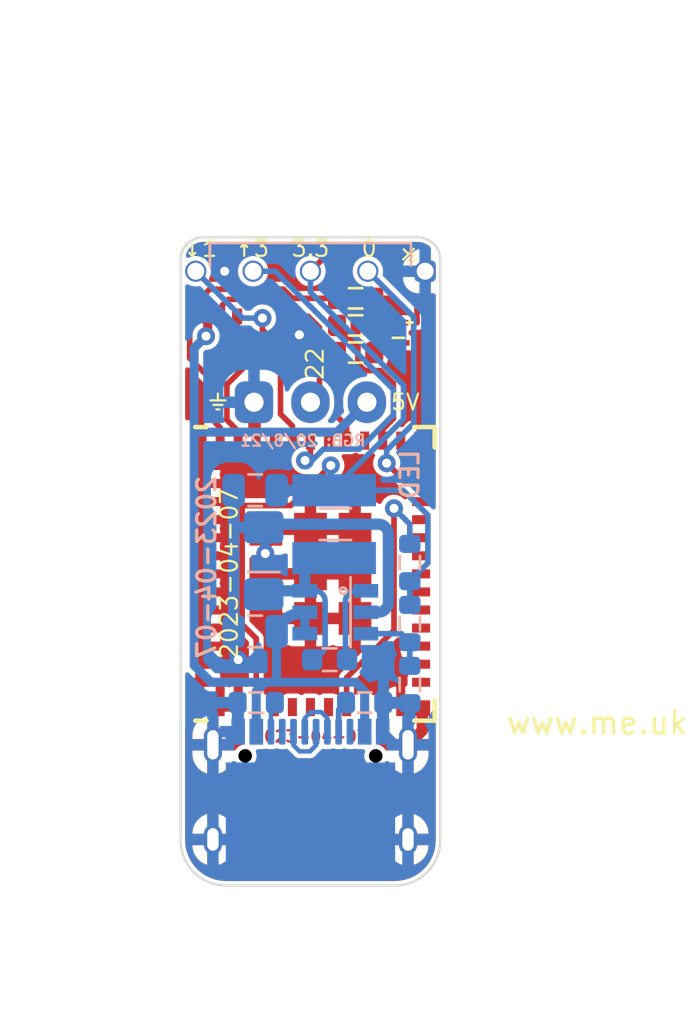
<source format=kicad_pcb>
(kicad_pcb (version 20211014) (generator pcbnew)
  (title_block (title "Generic ESP32-PICO-MINI Module") (date "${DATE}") (rev "1") (company "Adrian Kennard, Andrews & Arnold Ltd"))
  (layers (0 "F.Cu" signal) (31 "B.Cu" signal) (34 "B.Paste" user) (35 "F.Paste" user) (36 "B.SilkS" user "B.Silkscreen") (37 "F.SilkS" user "F.Silkscreen") (38 "B.Mask" user) (39 "F.Mask" user) (44 "Edge.Cuts" user))
  (property "DATE" "2023-04-07")
  (net 0 "")
  (net 1 "GND")
  (net 2 "VBUS")
  (net 3 "+3V3")
  (net 4 "Net-(D1-Pad1)")
  (net 7 "unconnected-(J2-PadA6)")
  (net 8 "unconnected-(J2-PadA7)")
  (net 9 "Net-(J2-PadB5)")
  (net 10 "R")
  (net 11 "G")
  (net 12 "B")
  (net 15 "EN")
  (net 18 "GPIO0")
  (net 21 "I")
  (net 22 "O")
  (net 24 "Net-(R10-Pad2)")
  (net 32 "Net-(J2-PadA5)")
  (net 37 "Net-(J1-Pad2)")
  (net 38 "Net-(D1-Pad3)")
  (net 39 "Net-(D1-Pad4)")
  (net 40 "LED")
  (footprint "RevK:ESP32-PICO-MINI-02" (layer "F.Cu") (at 100 97.5 90)
    (fp_text reference "U1" hide)
    (fp_text value "ESP32-PICO-MINI-02")
    (fp_text user "${DATE}" (at 0 -3.6 90 unlocked) (layer "F.SilkS") (effects (font (size 0.75 0.75) (thickness 0.1))))
    (fp_line (start 6.5 5.5) (end 5.6 5.5) (layer "F.SilkS") (width 0.2))
    (fp_line (start -6.5 5.5) (end -5.6 5.5) (layer "F.SilkS") (width 0.2))
    (fp_line (start -6.5 4.6) (end -6.5 5.5) (layer "F.SilkS") (width 0.2))
    (fp_line (start -6.5 -5.1) (end -6.5 -4.6) (layer "F.SilkS") (width 0.2))
    (fp_line (start 6.5 -5.1) (end 6.5 -4.6) (layer "F.SilkS") (width 0.2))
    (fp_line (start 6.5 4.6) (end 6.5 5.5) (layer "F.SilkS") (width 0.2))
    (pad "1" smd rect (at -5.9 -4 90) (size 0.8 0.4) (layers "F.Cu" "F.Paste" "F.Mask") (net 1 "GND"))
    (pad "2" smd rect (at -5.9 -3.2 90) (size 0.8 0.4) (layers "F.Cu" "F.Paste" "F.Mask") (net 1 "GND"))
    (pad "3" smd rect (at -5.9 -2.4 90) (size 0.8 0.4) (layers "F.Cu" "F.Paste" "F.Mask") (net 3 "+3V3"))
    (pad "4" smd rect (at -5.9 -1.6 90) (size 0.8 0.4) (layers "F.Cu" "F.Paste" "F.Mask"))
    (pad "5" smd rect (at -5.9 -0.8 90) (size 0.8 0.4) (layers "F.Cu" "F.Paste" "F.Mask"))
    (pad "6" smd rect (at -5.9 0 90) (size 0.8 0.4) (layers "F.Cu" "F.Paste" "F.Mask"))
    (pad "7" smd rect (at -5.9 0.8 90) (size 0.8 0.4) (layers "F.Cu" "F.Paste" "F.Mask"))
    (pad "8" smd rect (at -5.9 1.6 90) (size 0.8 0.4) (layers "F.Cu" "F.Paste" "F.Mask") (net 15 "EN"))
    (pad "9" smd rect (at -5.9 2.4 90) (size 0.8 0.4) (layers "F.Cu" "F.Paste" "F.Mask"))
    (pad "10" smd rect (at -5.9 3.2 90) (size 0.8 0.4) (layers "F.Cu" "F.Paste" "F.Mask"))
    (pad "11" smd rect (at -5.9 4 90) (size 0.8 0.4) (layers "F.Cu" "F.Paste" "F.Mask") (net 1 "GND"))
    (pad "12" smd rect (at -4.8 4.9 90) (size 0.4 0.8) (layers "F.Cu" "F.Paste" "F.Mask"))
    (pad "13" smd rect (at -4 4.9 90) (size 0.4 0.8) (layers "F.Cu" "F.Paste" "F.Mask"))
    (pad "14" smd rect (at -3.2 4.9 90) (size 0.4 0.8) (layers "F.Cu" "F.Paste" "F.Mask") (net 1 "GND"))
    (pad "15" smd rect (at -2.4 4.9 90) (size 0.4 0.8) (layers "F.Cu" "F.Paste" "F.Mask"))
    (pad "16" smd rect (at -1.6 4.9 90) (size 0.4 0.8) (layers "F.Cu" "F.Paste" "F.Mask"))
    (pad "17" smd rect (at -0.8 4.9 90) (size 0.4 0.8) (layers "F.Cu" "F.Paste" "F.Mask"))
    (pad "18" smd rect (at 0 4.9 90) (size 0.4 0.8) (layers "F.Cu" "F.Paste" "F.Mask"))
    (pad "19" smd rect (at 0.8 4.9 90) (size 0.4 0.8) (layers "F.Cu" "F.Paste" "F.Mask"))
    (pad "20" smd rect (at 1.6 4.9 90) (size 0.4 0.8) (layers "F.Cu" "F.Paste" "F.Mask"))
    (pad "21" smd rect (at 2.4 4.9 90) (size 0.4 0.8) (layers "F.Cu" "F.Paste" "F.Mask"))
    (pad "22" smd rect (at 3.2 4.9 90) (size 0.4 0.8) (layers "F.Cu" "F.Paste" "F.Mask"))
    (pad "23" smd rect (at 4 4.9 90) (size 0.4 0.8) (layers "F.Cu" "F.Paste" "F.Mask") (net 18 "GPIO0"))
    (pad "24" smd rect (at 4.8 4.9 90) (size 0.4 0.8) (layers "F.Cu" "F.Paste" "F.Mask"))
    (pad "25" smd rect (at 5.9 4 90) (size 0.8 0.4) (layers "F.Cu" "F.Paste" "F.Mask"))
    (pad "26" smd rect (at 5.9 3.2 90) (size 0.8 0.4) (layers "F.Cu" "F.Paste" "F.Mask") (net 10 "R"))
    (pad "27" smd rect (at 5.9 2.4 90) (size 0.8 0.4) (layers "F.Cu" "F.Paste" "F.Mask"))
    (pad "28" smd rect (at 5.9 1.6 90) (size 0.8 0.4) (layers "F.Cu" "F.Paste" "F.Mask") (net 11 "G"))
    (pad "29" smd rect (at 5.9 0.8 90) (size 0.8 0.4) (layers "F.Cu" "F.Paste" "F.Mask"))
    (pad "30" smd rect (at 5.9 0 90) (size 0.8 0.4) (layers "F.Cu" "F.Paste" "F.Mask") (net 21 "I"))
    (pad "31" smd rect (at 5.9 -0.8 90) (size 0.8 0.4) (layers "F.Cu" "F.Paste" "F.Mask") (net 22 "O"))
    (pad "32" smd rect (at 5.9 -1.6 90) (size 0.8 0.4) (layers "F.Cu" "F.Paste" "F.Mask"))
    (pad "33" smd rect (at 5.9 -2.4 90) (size 0.8 0.4) (layers "F.Cu" "F.Paste" "F.Mask") (net 1 "GND"))
    (pad "34" smd rect (at 5.9 -3.2 90) (size 0.8 0.4) (layers "F.Cu" "F.Paste" "F.Mask") (net 40 "LED"))
    (pad "35" smd rect (at 5.9 -4 90) (size 0.8 0.4) (layers "F.Cu" "F.Paste" "F.Mask") (net 12 "B"))
    (pad "36" smd rect (at 4.8 -4.9 90) (size 0.4 0.8) (layers "F.Cu" "F.Paste" "F.Mask") (net 1 "GND"))
    (pad "37" smd rect (at 4 -4.9 90) (size 0.4 0.8) (layers "F.Cu" "F.Paste" "F.Mask") (net 1 "GND"))
    (pad "38" smd rect (at 3.2 -4.9 90) (size 0.4 0.8) (layers "F.Cu" "F.Paste" "F.Mask") (net 1 "GND"))
    (pad "39" smd rect (at 2.4 -4.9 90) (size 0.4 0.8) (layers "F.Cu" "F.Paste" "F.Mask") (net 1 "GND"))
    (pad "40" smd rect (at 1.6 -4.9 90) (size 0.4 0.8) (layers "F.Cu" "F.Paste" "F.Mask") (net 1 "GND"))
    (pad "41" smd rect (at 0.8 -4.9 90) (size 0.4 0.8) (layers "F.Cu" "F.Paste" "F.Mask") (net 1 "GND"))
    (pad "42" smd rect (at 0 -4.9 90) (size 0.4 0.8) (layers "F.Cu" "F.Paste" "F.Mask") (net 1 "GND"))
    (pad "43" smd rect (at -0.8 -4.9 90) (size 0.4 0.8) (layers "F.Cu" "F.Paste" "F.Mask") (net 1 "GND"))
    (pad "44" smd rect (at -1.6 -4.9 90) (size 0.4 0.8) (layers "F.Cu" "F.Paste" "F.Mask") (net 1 "GND"))
    (pad "45" smd rect (at -2.4 -4.9 90) (size 0.4 0.8) (layers "F.Cu" "F.Paste" "F.Mask") (net 1 "GND"))
    (pad "46" smd rect (at -3.2 -4.9 90) (size 0.4 0.8) (layers "F.Cu" "F.Paste" "F.Mask") (net 1 "GND"))
    (pad "47" smd rect (at -4 -4.9 90) (size 0.4 0.8) (layers "F.Cu" "F.Paste" "F.Mask") (net 1 "GND"))
    (pad "48" smd rect (at -4.8 -4.9 90) (size 0.4 0.8) (layers "F.Cu" "F.Paste" "F.Mask") (net 1 "GND"))
    (pad "49" smd rect (at 0 -1.975 90) (size 1.45 1.45) (layers "F.Cu" "F.Paste" "F.Mask") (net 1 "GND"))
    (pad "49" smd rect (at 0 1.975 90) (size 1.45 1.45) (layers "F.Cu" "F.Paste" "F.Mask") (net 1 "GND"))
    (pad "49" smd rect (at -1.975 0 90) (size 1.45 1.45) (layers "F.Cu" "F.Paste" "F.Mask") (net 1 "GND"))
    (pad "49" smd rect (at 1.975 -1.975 90) (size 1.45 1.45) (layers "F.Cu" "F.Paste" "F.Mask") (net 1 "GND"))
    (pad "49" smd rect (at 0 0 90) (size 1.45 1.45) (layers "F.Cu" "F.Paste" "F.Mask") (net 1 "GND"))
    (pad "49" smd rect (at -1.975 1.975 90) (size 1.45 1.45) (layers "F.Cu" "F.Paste" "F.Mask") (net 1 "GND"))
    (pad "49" smd roundrect (at -1.975 -1.975 90) (size 1.45 1.45) (layers "F.Cu" "F.Paste" "F.Mask") (roundrect_rratio 0) (chamfer_ratio 0.41) (chamfer top_left) (net 1 "GND"))
    (pad "49" smd rect (at 1.975 1.975 90) (size 1.45 1.45) (layers "F.Cu" "F.Paste" "F.Mask") (net 1 "GND"))
    (pad "49" smd rect (at 1.975 0 90) (size 1.45 1.45) (layers "F.Cu" "F.Paste" "F.Mask") (net 1 "GND"))
    (pad "50" smd rect (at 5.95 -4.95 90) (size 0.7 0.7) (layers "F.Cu" "F.Paste" "F.Mask") (net 1 "GND"))
    (pad "51" smd rect (at 5.95 4.95 90) (size 0.7 0.7) (layers "F.Cu" "F.Paste" "F.Mask") (net 1 "GND"))
    (pad "52" smd rect (at -5.95 4.95 90) (size 0.7 0.7) (layers "F.Cu" "F.Paste" "F.Mask") (net 1 "GND"))
    (pad "53" smd rect (at -5.95 -4.95 90) (size 0.7 0.7) (layers "F.Cu" "F.Paste" "F.Mask") (net 1 "GND"))
    (zone (net 0) (net_name "") (layer "F.Cu") (connect_pads (clearance 0)) (min_thickness 0.01)
      (keepout (tracks not_allowed) (vias not_allowed) (pads not_allowed) (copperpour not_allowed) (footprints allowed))
      (fill (thermal_gap 0.508) (thermal_bridge_width 0.508))
      (polygon (pts (xy 89 104.1) (xy 89 90.9) (xy 94.4 90.9) (xy 94.4 104.1)))
    )
    (zone (net 0) (net_name "") (layer "B.Cu") (connect_pads (clearance 0)) (min_thickness 0.01)
      (keepout (tracks not_allowed) (vias not_allowed) (pads not_allowed) (copperpour not_allowed) (footprints allowed))
      (fill (thermal_gap 0.508) (thermal_bridge_width 0.508))
      (polygon (pts (xy 89 104.1) (xy 89 90.9) (xy 94.4 90.9) (xy 94.4 104.1)))
    )
  )
  (footprint "RevK:R_0603" (layer "F.Cu") (at 102 85.3 180)
    (fp_text reference "R4" hide)
    (fp_text value "100R")
    (fp_line (start -0.3 0.45) (end 0.3 0.45) (layer "F.SilkS") (width 0.12))
    (fp_line (start -0.3 -0.45) (end 0.3 -0.45) (layer "F.SilkS") (width 0.12))
    (pad "1" smd roundrect (at -0.825 0 180) (size 0.8 0.95) (layers "F.Cu" "F.Paste" "F.Mask") (net 4 "Net-(D1-Pad1)"))
    (pad "2" smd roundrect (at 0.825 0 180) (size 0.8 0.95) (layers "F.Cu" "F.Paste" "F.Mask") (net 12 "B"))
  )
  (footprint "RevK:QR-LED" (layer "F.Cu") (at 100 108.3 180)
    (fp_text reference "U2" hide)
    (fp_text value "QR" hide)
    (fp_text user "${DATE}" (at 0 3.6) (layer "F.Cu") (effects (font (size 0.5 0.5) (thickness 0.1))))
    (pad "" smd rect locked (at 0.3 -0.4 180) (size 0.4 0.2) (layers "F.Cu") (clearance 0.2))
    (pad "" smd rect locked (at 0.2 0.4 180) (size 0.2 0.6) (layers "F.Cu") (clearance 0.2))
    (pad "" smd rect locked (at -1.4 -0.8 180) (size 1.4 0.2) (layers "F.Cu") (clearance 0.2))
    (pad "" smd rect locked (at -0.4 -1.9 180) (size 0.2 0.4) (layers "F.Cu") (clearance 0.2))
    (pad "" smd rect locked (at 0.6 -0.6 180) (size 0.6 0.2) (layers "F.Cu") (clearance 0.2))
    (pad "" smd rect locked (at -1.5 0.2 180) (size 0.4 0.2) (layers "F.Cu") (clearance 0.2))
    (pad "" smd rect locked (at 1.4 2 180) (size 1.4 0.2) (layers "F.Cu") (clearance 0.2))
    (pad "" smd rect locked (at 0.4 1.1 180) (size 0.2 1.2) (layers "F.Cu") (clearance 0.2))
    (pad "" smd rect locked (at 2 -1.4 180) (size 0.2 0.2) (layers "F.Cu") (clearance 0.2))
    (pad "" smd rect locked (at 0 1.2 180) (size 0.2 1) (layers "F.Cu") (clearance 0.2))
    (pad "" smd rect locked (at 0 -1.3 180) (size 0.2 0.4) (layers "F.Cu") (clearance 0.2))
    (pad "" smd rect locked (at 1 -2 180) (size 0.2 0.2) (layers "F.Cu") (clearance 0.2))
    (pad "" smd rect locked (at -0.4 0.9 180) (size 0.2 0.4) (layers "F.Cu") (clearance 0.2))
    (pad "" smd rect locked (at 2 0 180) (size 0.2 0.2) (layers "F.Cu") (clearance 0.2))
    (pad "" smd rect locked (at 1.1 -0.5 180) (size 0.4 0.4) (layers "F.Cu") (clearance 0.2))
    (pad "" smd rect locked (at 0.8 -0.8 180) (size 0.6 0.2) (layers "F.Cu") (clearance 0.2))
    (pad "" smd rect locked (at 1.4 0 180) (size 0.6 0.2) (layers "F.Cu") (clearance 0.2))
    (pad "" smd rect locked (at -2 1.3 180) (size 0.2 1.2) (layers "F.Cu") (clearance 0.2))
    (pad "" smd rect locked (at -0.3 -0.2 180) (size 0.4 0.2) (layers "F.Cu") (clearance 0.2))
    (pad "" smd rect locked (at 0.8 0 180) (size 0.2 0.2) (layers "F.Cu") (clearance 0.2))
    (pad "" smd rect locked (at 1.6 -1.6 180) (size 0.2 0.2) (layers "F.Cu") (clearance 0.2))
    (pad "" smd rect locked (at -1.4 -0.4 180) (size 0.2 0.2) (layers "F.Cu") (clearance 0.2))
    (pad "" smd rect locked (at -0.9 0 180) (size 0.4 0.2) (layers "F.Cu") (clearance 0.2))
    (pad "" smd rect locked (at -0.2 0.2 180) (size 0.6 0.2) (layers "F.Cu") (clearance 0.2))
    (pad "" smd rect locked (at 1.5 -0.6 180) (size 0.4 0.2) (layers "F.Cu") (clearance 0.2))
    (pad "" smd rect locked (at 1.8 0.2 180) (size 0.2 0.2) (layers "F.Cu") (clearance 0.2))
    (pad "" smd rect locked (at -0.2 -2 180) (size 0.2 0.2) (layers "F.Cu") (clearance 0.2))
    (pad "" smd rect locked (at 2 -1 180) (size 0.2 0.2) (layers "F.Cu") (clearance 0.2))
    (pad "" smd rect locked (at 0 -1.9 180) (size 0.2 0.4) (layers "F.Cu") (clearance 0.2))
    (pad "" smd rect locked (at -0.4 1.7 180) (size 0.2 0.8) (layers "F.Cu") (clearance 0.2))
    (pad "" smd rect locked (at -1.4 1.4 180) (size 0.6 0.6) (layers "F.Cu") (clearance 0.2))
    (pad "" smd rect locked (at -0.4 -1.1 180) (size 0.2 0.4) (layers "F.Cu") (clearance 0.2))
    (pad "" smd rect locked (at -0.8 1.3 180) (size 0.2 1.2) (layers "F.Cu") (clearance 0.2))
    (pad "" smd rect locked (at 0.8 -1.8 180) (size 0.2 0.6) (layers "F.Cu") (clearance 0.2))
    (pad "" smd rect locked (at 0.2 -1.4 180) (size 0.2 0.2) (layers "F.Cu") (clearance 0.2))
    (pad "" smd rect locked (at 0.4 -1.8 180) (size 0.2 0.6) (layers "F.Cu") (clearance 0.2))
    (pad "" smd rect locked (at 1.2 -1.9 180) (size 0.2 0.4) (layers "F.Cu") (clearance 0.2))
    (pad "" smd rect locked (at 2 -0.4 180) (size 0.2 0.2) (layers "F.Cu") (clearance 0.2))
    (pad "" smd rect locked (at 0 -0.6 180) (size 0.2 0.2) (layers "F.Cu") (clearance 0.2))
    (pad "" smd rect locked (at 1.4 0.8 180) (size 1 0.2) (layers "F.Cu") (clearance 0.2))
    (pad "" smd rect locked (at -1.4 0.8 180) (size 1 0.2) (layers "F.Cu") (clearance 0.2))
    (pad "" smd rect locked (at 0.6 -1.9 180) (size 0.2 0.4) (layers "F.Cu") (clearance 0.2))
    (pad "" smd rect locked (at -0.4 -0.6 180) (size 0.2 0.2) (layers "F.Cu") (clearance 0.2))
    (pad "" smd rect locked (at 0.2 -0.9 180) (size 0.2 0.4) (layers "F.Cu") (clearance 0.2))
    (pad "" smd rect locked (at 2 -1.9 180) (size 0.2 0.4) (layers "F.Cu") (clearance 0.2))
    (pad "" smd rect locked (at 1.4 -1.7 180) (size 0.2 0.8) (layers "F.Cu") (clearance 0.2))
    (pad "" smd rect locked (at -0.8 -1.5 180) (size 0.2 1.2) (layers "F.Cu") (clearance 0.2))
    (pad "" smd rect locked (at -1.4 2 180) (size 1.4 0.2) (layers "F.Cu") (clearance 0.2))
    (pad "" smd rect locked (at -1.9 0 180) (size 0.4 0.2) (layers "F.Cu") (clearance 0.2))
    (pad "" smd rect locked (at 1.4 1.4 180) (size 0.6 0.6) (layers "F.Cu") (clearance 0.2))
    (pad "" smd rect locked (at 0.2 1.7 180) (size 0.2 0.4) (layers "F.Cu") (clearance 0.2))
    (pad "" smd rect locked (at 0.8 1.3 180) (size 0.2 1.2) (layers "F.Cu") (clearance 0.2))
    (pad "" smd rect locked (at -0.6 -0.4 180) (size 0.6 0.2) (layers "F.Cu") (clearance 0.2))
    (pad "" smd rect locked (at 0.5 -0.2 180) (size 0.4 0.2) (layers "F.Cu") (clearance 0.2))
    (pad "" smd rect locked (at 1.8 -2 180) (size 0.2 0.2) (layers "F.Cu") (clearance 0.2))
    (pad "" smd rect locked (at -0.2 1.2 180) (size 0.2 0.2) (layers "F.Cu") (clearance 0.2))
    (pad "" smd rect locked (at -1.4 -0.2 180) (size 0.6 0.2) (layers "F.Cu") (clearance 0.2))
    (pad "" smd rect locked (at -2 -1.5 180) (size 0.2 1.2) (layers "F.Cu") (clearance 0.2))
    (pad "" smd rect locked (at 1 0.4 180) (size 0.2 0.2) (layers "F.Cu") (clearance 0.2))
    (pad "" smd rect locked (at 1.7 0.4 180) (size 0.8 0.2) (layers "F.Cu") (clearance 0.2))
    (pad "" smd rect locked (at -1.9 0.4 180) (size 0.4 0.2) (layers "F.Cu") (clearance 0.2))
    (pad "" smd rect locked (at -0.2 -1.4 180) (size 0.2 0.2) (layers "F.Cu") (clearance 0.2))
    (pad "" smd rect locked (at -1.4 -2 180) (size 1 0.2) (layers "F.Cu") (clearance 0.2))
    (pad "" smd rect locked (at -1.4 -1.4 180) (size 0.6 0.6) (layers "F.Cu") (clearance 0.2))
    (pad "" smd rect locked (at -0.2 1.7 180) (size 0.2 0.4) (layers "F.Cu") (clearance 0.2))
    (pad "" smd rect locked (at 0 -0.1 180) (size 0.2 0.4) (layers "F.Cu") (clearance 0.2))
    (pad "" smd rect locked (at 0.4 0.2 180) (size 0.2 0.2) (layers "F.Cu") (clearance 0.2))
    (pad "" smd rect locked (at 0.9 -1.4 180) (size 0.4 0.2) (layers "F.Cu") (clearance 0.2))
    (pad "" smd rect locked (at 0.4 2 180) (size 0.2 0.2) (layers "F.Cu") (clearance 0.2))
    (pad "" smd rect locked (at -0.2 -0.8 180) (size 0.2 0.2) (layers "F.Cu") (clearance 0.2))
    (pad "" smd rect locked (at 1.8 -0.3 180) (size 0.2 0.4) (layers "F.Cu") (clearance 0.2))
    (pad "" smd rect locked (at -1 0.4 180) (size 0.6 0.2) (layers "F.Cu") (clearance 0.2))
    (pad "" smd rect locked (at 1.7 -1.3 180) (size 0.4 0.4) (layers "F.Cu") (clearance 0.2))
    (pad "" smd rect locked (at 2 1.3 180) (size 0.2 1.2) (layers "F.Cu") (clearance 0.2))
    (zone (net 0) (net_name "") (layer "F.Cu") (connect_pads (clearance 0)) (min_thickness 0.254)
      (keepout (tracks not_allowed) (vias not_allowed) (pads allowed) (copperpour not_allowed) (footprints not_allowed))
      (fill (thermal_gap 0.508) (thermal_bridge_width 0.508))
      (polygon (pts (xy 97.05 103.95) (xy 102.95 103.95) (xy 102.95 111.25) (xy 97.05 111.25)))
    )
  )
  (footprint "RevK:SOT-323_SC-70" (layer "F.Cu") (at 98.7 87.1 -90)
    (fp_text reference "Q2" hide)
    (fp_text value "PMF250XNEX" hide)
    (pad "1" smd rect (at 1 0.65) (size 0.45 0.7) (layers "F.Cu" "F.Paste" "F.Mask") (net 40 "LED"))
    (pad "2" smd rect (at 1 -0.65) (size 0.45 0.7) (layers "F.Cu" "F.Paste" "F.Mask") (net 1 "GND"))
    (pad "3" smd rect (at -1 0) (size 0.45 0.7) (layers "F.Cu" "F.Paste" "F.Mask") (net 37 "Net-(J1-Pad2)"))
  )
  (footprint "RevK:MHS190RGBCT" (layer "F.Cu") (at 103.895 86.6 -90)
    (fp_text reference "D1" hide)
    (fp_text value "LED_BARG" hide)
    (fp_line (start -0.225 -0.375) (end -0.225 -0.625) (layer "F.SilkS") (width 0.12))
    (fp_line (start 0.45 -0.25) (end 0.45 0.25) (layer "F.SilkS") (width 0.12))
    (fp_line (start -0.35 -0.5) (end -0.1 -0.5) (layer "F.SilkS") (width 0.12))
    (pad "1" smd rect (at -0.675 -0.125 270) (size 0.25 0.75) (layers "F.Cu" "F.Paste" "F.Mask") (net 4 "Net-(D1-Pad1)"))
    (pad "2" smd rect (at -0.225 0 270) (size 0.25 0.5) (layers "F.Cu" "F.Paste" "F.Mask") (net 3 "+3V3"))
    (pad "3" smd rect (at 0.225 0 270) (size 0.25 0.5) (layers "F.Cu" "F.Paste" "F.Mask") (net 38 "Net-(D1-Pad3)"))
    (pad "4" smd rect (at 0.675 -0.125 270) (size 0.25 0.75) (layers "F.Cu" "F.Paste" "F.Mask") (net 39 "Net-(D1-Pad4)"))
  )
  (footprint "RevK:Shelly" (layer "F.Cu") (at 100 84.1)
    (fp_text reference "J3" hide)
    (fp_text value "Shelly" hide)
    (fp_text user "0" (at 2.6 -1 unlocked) (layer "F.SilkS") (effects (font (size 0.7 0.7) (thickness 0.1))))
    (fp_text user "↑3" (at -2.6 -1 unlocked) (layer "F.SilkS") (effects (font (size 0.7 0.7) (thickness 0.1))))
    (fp_text user "3.3" (at 0 -1 unlocked) (layer "F.SilkS") (effects (font (size 0.7 0.7) (thickness 0.1))))
    (fp_text user "↓1" (at -4.9 -1 unlocked) (layer "F.SilkS") (effects (font (size 0.7 0.7) (thickness 0.1))))
    (fp_text user "⏚" (at 4.4 -0.7 45 unlocked) (layer "F.SilkS") (effects (font (size 0.7 0.7) (thickness 0.1))))
    (pad "1" thru_hole roundrect (at 5.08 0) (size 0.94 0.94) (drill 0.75) (layers *.Cu *.Mask) (roundrect_rratio 0.2) (chamfer_ratio 0.3) (chamfer top_left) (net 1 "GND"))
    (pad "2" thru_hole circle (at 2.54 0 270) (size 0.94 0.94) (drill 0.75) (layers *.Cu *.Mask) (net 18 "GPIO0"))
    (pad "3" thru_hole circle (at 0 0 270) (size 0.94 0.94) (drill 0.75) (layers *.Cu *.Mask) (net 3 "+3V3"))
    (pad "4" thru_hole circle (at -2.54 0 270) (size 0.94 0.94) (drill 0.75) (layers *.Cu *.Mask) (net 21 "I"))
    (pad "5" thru_hole circle (at -5.08 0 270) (size 0.94 0.94) (drill 0.75) (layers *.Cu *.Mask) (net 22 "O"))
  )
  (footprint "RevK:R_0603" (layer "F.Cu") (at 102 87.7 180)
    (fp_text reference "R3" hide)
    (fp_text value "1K")
    (fp_line (start -0.3 -0.45) (end 0.3 -0.45) (layer "F.SilkS") (width 0.12))
    (fp_line (start -0.3 0.45) (end 0.3 0.45) (layer "F.SilkS") (width 0.12))
    (pad "1" smd roundrect (at -0.825 0 180) (size 0.8 0.95) (layers "F.Cu" "F.Paste" "F.Mask") (net 39 "Net-(D1-Pad4)"))
    (pad "2" smd roundrect (at 0.825 0 180) (size 0.8 0.95) (layers "F.Cu" "F.Paste" "F.Mask") (net 11 "G"))
  )
  (footprint "RevK:SOT-323_SC-70" (layer "F.Cu") (at 96.1 87.1 90)
    (fp_text reference "Q1" hide)
    (fp_text value "PMF170XP,115" hide)
    (pad "1" smd rect (at 1 0.65 180) (size 0.45 0.7) (layers "F.Cu" "F.Paste" "F.Mask") (net 40 "LED"))
    (pad "2" smd rect (at 1 -0.65 180) (size 0.45 0.7) (layers "F.Cu" "F.Paste" "F.Mask") (net 2 "VBUS"))
    (pad "3" smd rect (at -1 0 180) (size 0.45 0.7) (layers "F.Cu" "F.Paste" "F.Mask") (net 37 "Net-(J1-Pad2)"))
  )
  (footprint "RevK:R_0603" (layer "F.Cu") (at 102 86.5 180)
    (fp_text reference "R2" hide)
    (fp_text value "300R")
    (fp_line (start -0.3 -0.45) (end 0.3 -0.45) (layer "F.SilkS") (width 0.12))
    (fp_line (start -0.3 0.45) (end 0.3 0.45) (layer "F.SilkS") (width 0.12))
    (pad "1" smd roundrect (at -0.825 0 180) (size 0.8 0.95) (layers "F.Cu" "F.Paste" "F.Mask") (net 38 "Net-(D1-Pad3)"))
    (pad "2" smd roundrect (at 0.825 0 180) (size 0.8 0.95) (layers "F.Cu" "F.Paste" "F.Mask") (net 10 "R"))
  )
  (footprint "RevK:SOT-23-Thin-6-Reg" (layer "B.Cu") (at 101.1 99.2 90)
    (fp_text reference "U3" hide)
    (fp_text value "LMR16006XDDCR")
    (fp_line (start -1.55 0.675) (end 1.55 0.675) (layer "B.SilkS") (width 0.12))
    (fp_circle (center 0.95 0.35) (end 1.05 0.25) (layer "B.SilkS") (width 0.12) (fill none))
    (pad "1" smd rect (at 0.95 1.35) (size 1.1 0.6) (layers "B.Cu" "B.Paste" "B.Mask") (clearance 0.2))
    (pad "1" smd roundrect (at -2.1 0.525) (size 0.9 0.95) (layers "B.Cu" "B.Paste" "B.Mask") (clearance 0.2))
    (pad "1" smd custom (at -0.8 0.45 90) (size 2.6 0.25) (layers "B.Cu") (clearance 0.2) (options (clearance outline) (anchor rect)) (primitives (gr_arc (start 1.3 0) (mid 1.618198 0.131802) (end 1.75 0.45) (width 0.25))))
    (pad "2" smd roundrect (at -0.85 -4.5 180) (size 1 1.45) (layers "B.Cu" "B.Paste" "B.Mask") (net 1 "GND"))
    (pad "2" smd roundrect (at 3.7625 -3.17 90) (size 1.425 1.75) (layers "B.Cu" "B.Paste" "B.Mask") (roundrect_rratio 0.175) (net 1 "GND") (clearance 0.2))
    (pad "2" smd rect (at 0 1.35) (size 1.1 0.6) (layers "B.Cu" "B.Paste" "B.Mask") (net 1 "GND") (clearance 0.2))
    (pad "2" smd roundrect (at 5.4 -4.5 180) (size 1 1.45) (layers "B.Cu" "B.Paste" "B.Mask") (net 1 "GND"))
    (pad "2" smd custom (at -1.1 -4.5 90) (size 0.1 0.1) (layers "B.Cu") (net 1 "GND") (clearance 0.2) (options (clearance outline) (anchor rect)) (primitives (gr_line (start 6.6 0) (end 0 0) (width 0.4999)) (gr_line (start 4.8625 1.6) (end 4.8625 0) (width 0.4999)) (gr_line (start 5 6.4) (end 5 1.6) (width 0.4999)) (gr_arc (start 5 6.4) (mid 4.868198 6.718198) (end 4.55 6.85) (width 0.4999)) (gr_line (start 1.55 6.85) (end 4.55 6.85) (width 0.4999)) (gr_arc (start 1.55 6.85) (mid 1.231802 6.718198) (end 1.1 6.4) (width 0.4999)) (gr_line (start 1.1 5.9) (end 1.1 6.4) (width 0.4999))))
    (pad "3" smd rect (at -0.95 1.35) (size 1.1 0.6) (layers "B.Cu" "B.Paste" "B.Mask") (net 24 "Net-(R10-Pad2)") (clearance 0.2))
    (pad "4" smd rect (at -0.95 -1.35) (size 1.1 0.6) (layers "B.Cu" "B.Paste" "B.Mask") (net 2 "VBUS") (clearance 0.2))
    (pad "5" smd rect (at 0 -1.35) (size 1.1 0.6) (layers "B.Cu" "B.Paste" "B.Mask") (net 2 "VBUS") (clearance 0.2))
    (pad "5" smd custom (at -1.06 -2.55 90) (size 0.1 0.1) (layers "B.Cu") (net 2 "VBUS") (options (clearance outline) (anchor rect)) (primitives (gr_arc (start 0.001745 0.000002) (mid 0.705871 0.29166) (end 0.999986 0.994764) (width 0.5))))
    (pad "5" smd roundrect (at -0.85 -2.6 180) (size 1 1.45) (layers "B.Cu" "B.Paste" "B.Mask") (net 2 "VBUS") (clearance 0.2))
    (pad "6" smd custom (at -0.475 -0.45 90) (size 1.95 0.25) (layers "B.Cu") (clearance 0.2) (options (clearance outline) (anchor rect)) (primitives (gr_arc (start 1.425 -0.45) (mid 1.293198 -0.131802) (end 0.975 0) (width 0.25)) (gr_arc (start -0.975 0) (mid -1.293198 -0.131802) (end -1.425 -0.45) (width 0.25))))
    (pad "6" smd roundrect (at -2.1 -1.025) (size 0.9 0.95) (layers "B.Cu" "B.Paste" "B.Mask") (clearance 0.2))
    (pad "6" smd rect (at 0.95 -1.35) (size 1.1 0.6) (layers "B.Cu" "B.Paste" "B.Mask") (clearance 0.2))
    (pad "6" smd rect (at 1.9 -1.35 90) (size 2 0.5) (layers "B.Cu") (clearance 0.2))
    (pad "6" smd roundrect (at 0.7975 -3.17 90) (size 1.425 1.75) (layers "B.Cu" "B.Paste" "B.Mask") (roundrect_rratio 0.175) (clearance 0.2))
    (pad "6" smd rect (at 2.4 -0.05) (size 3.7 1.425) (layers "B.Cu" "B.Mask") (clearance 0.2))
    (pad "6" smd rect (at 0.95 -2.3) (size 2 0.5) (layers "B.Cu") (clearance 0.2))
    (pad "7" smd roundrect (at 5.4 -2.6 180) (size 1 1.45) (layers "B.Cu" "B.Paste" "B.Mask") (net 3 "+3V3") (clearance 0.2))
    (pad "7" smd rect (at 5.4 -0.05) (size 3.7 1.425) (layers "B.Cu" "B.Mask") (net 3 "+3V3"))
    (pad "7" smd rect (at 5.4 -0.8 90) (size 0.5 4) (layers "B.Cu") (net 3 "+3V3"))
  )
  (footprint "RevK:R_0603" (layer "B.Cu") (at 104.4 102.4 90)
    (fp_text reference "R10" hide)
    (fp_text value "30k 1%")
    (fp_line (start -0.3 0.45) (end 0.3 0.45) (layer "B.SilkS") (width 0.12))
    (fp_line (start -0.3 -0.45) (end 0.3 -0.45) (layer "B.SilkS") (width 0.12))
    (pad "1" smd roundrect (at -0.825 0 90) (size 0.8 0.95) (layers "B.Cu" "B.Paste" "B.Mask") (net 1 "GND"))
    (pad "2" smd roundrect (at 0.825 0 90) (size 0.8 0.95) (layers "B.Cu" "B.Paste" "B.Mask") (net 24 "Net-(R10-Pad2)"))
  )
  (footprint "RevK:C_0805_" (layer "B.Cu") (at 97.55 100.05 180)
    (fp_text reference "C3" hide)
    (fp_text value "2.2uF")
    (fp_line (start -0.3 0.7) (end 0.3 0.7) (layer "B.SilkS") (width 0.12))
    (fp_line (start -0.3 -0.7) (end 0.3 -0.7) (layer "B.SilkS") (width 0.12))
  )
  (footprint "RevK:C_0603_" (layer "B.Cu") (at 100.85 101.3 180)
    (fp_text reference "C2" hide)
    (fp_text value "100nF")
    (fp_line (start -0.3 0.5) (end 0.3 0.5) (layer "B.SilkS") (width 0.12))
    (fp_line (start -0.3 -0.5) (end 0.3 -0.5) (layer "B.SilkS") (width 0.12))
  )
  (footprint "RevK:C_0805_" (layer "B.Cu") (at 97.55 93.8 180)
    (fp_text reference "C4" hide)
    (fp_text value "10uF")
    (fp_line (start -0.3 -0.7) (end 0.3 -0.7) (layer "B.SilkS") (width 0.12))
    (fp_line (start -0.3 0.7) (end 0.3 0.7) (layer "B.SilkS") (width 0.12))
  )
  (footprint "RevK:R_0603" (layer "B.Cu") (at 104.4 97 90)
    (fp_text reference "R1" hide)
    (fp_text value "10k")
    (fp_line (start -0.3 0.45) (end 0.3 0.45) (layer "B.SilkS") (width 0.12))
    (fp_line (start -0.3 -0.45) (end 0.3 -0.45) (layer "B.SilkS") (width 0.12))
    (pad "1" smd roundrect (at -0.825 0 90) (size 0.8 0.95) (layers "B.Cu" "B.Paste" "B.Mask") (net 3 "+3V3"))
    (pad "2" smd roundrect (at 0.825 0 90) (size 0.8 0.95) (layers "B.Cu" "B.Paste" "B.Mask") (net 15 "EN"))
  )
  (footprint "RevK:R_0603" (layer "B.Cu") (at 104.4 99.7 -90)
    (fp_text reference "R9" hide)
    (fp_text value "100k 1%")
    (fp_line (start -0.3 -0.45) (end 0.3 -0.45) (layer "B.SilkS") (width 0.12))
    (fp_line (start -0.3 0.45) (end 0.3 0.45) (layer "B.SilkS") (width 0.12))
    (pad "1" smd roundrect (at -0.825 0 270) (size 0.8 0.95) (layers "B.Cu" "B.Paste" "B.Mask") (net 3 "+3V3"))
    (pad "2" smd roundrect (at 0.825 0 270) (size 0.8 0.95) (layers "B.Cu" "B.Paste" "B.Mask") (net 24 "Net-(R10-Pad2)"))
  )
  (footprint "RevK:USC16-TR" (layer "B.Cu") (at 100 106.95 180)
    (fp_text reference "J2" hide)
    (fp_text value "USB-C")
    (pad "" np_thru_hole circle (at 2.89 1.39 180) (size 0.7 0.7) (drill 0.6) (layers *.Mask))
    (pad "" np_thru_hole circle (at -2.89 1.39 180) (size 0.7 0.7) (drill 0.6) (layers *.Mask))
    (pad "A1" smd rect (at -3.2 2.46 180) (size 0.6 1.14) (layers "B.Cu" "B.Paste" "B.Mask") (net 1 "GND"))
    (pad "A4" smd rect (at -2.4 2.46 180) (size 0.6 1.14) (layers "B.Cu" "B.Paste" "B.Mask") (net 2 "VBUS"))
    (pad "A5" smd roundrect (at -1.25 2.46 180) (size 0.3 1.14) (layers "B.Cu" "B.Paste" "B.Mask") (net 32 "Net-(J2-PadA5)"))
    (pad "A6" smd roundrect (at -0.25 2.46 180) (size 0.3 1.14) (layers "B.Cu" "B.Paste" "B.Mask") (net 7 "unconnected-(J2-PadA6)"))
    (pad "A7" smd roundrect (at 0.25 2.46 180) (size 0.3 1.14) (layers "B.Cu" "B.Paste" "B.Mask") (net 8 "unconnected-(J2-PadA7)"))
    (pad "A8" smd roundrect (at 1.25 2.46 180) (size 0.3 1.14) (layers "B.Cu" "B.Paste" "B.Mask"))
    (pad "A9" smd rect (at 2.4 2.46 180) (size 0.6 1.14) (layers "B.Cu") (net 2 "VBUS"))
    (pad "A12" smd rect (at 3.2 2.46 180) (size 0.6 1.14) (layers "B.Cu") (net 1 "GND"))
    (pad "B1" smd rect (at 3.2 2.46 180) (size 0.6 1.14) (layers "B.Cu" "B.Paste" "B.Mask") (net 1 "GND"))
    (pad "B4" smd rect (at 2.4 2.46 180) (size 0.6 1.14) (layers "B.Cu" "B.Paste" "B.Mask") (net 2 "VBUS"))
    (pad "B5" smd roundrect (at 1.75 2.46 180) (size 0.3 1.14) (layers "B.Cu" "B.Paste" "B.Mask") (net 9 "Net-(J2-PadB5)"))
    (pad "B6" smd roundrect (at 0.75 2.46 180) (size 0.3 1.14) (layers "B.Cu" "B.Paste" "B.Mask") (net 7 "unconnected-(J2-PadA6)"))
    (pad "B7" smd roundrect (at -0.75 2.46 180) (size 0.3 1.14) (layers "B.Cu" "B.Paste" "B.Mask") (net 8 "unconnected-(J2-PadA7)"))
    (pad "B8" smd roundrect (at -1.75 2.46 180) (size 0.3 1.14) (layers "B.Cu" "B.Paste" "B.Mask"))
    (pad "B9" smd rect (at -2.4 2.46 180) (size 0.6 1.14) (layers "B.Cu") (net 2 "VBUS"))
    (pad "B12" smd rect (at -3.2 2.46 180) (size 0.6 1.14) (layers "B.Cu") (net 1 "GND"))
    (pad "S1" thru_hole oval (at -4.32 -2.31 180) (size 0.8 1.3) (drill oval 0.5 1) (layers *.Cu *.Mask) (net 1 "GND"))
    (pad "S1" thru_hole oval (at 4.32 -2.31 180) (size 0.8 1.3) (drill oval 0.5 1) (layers *.Cu *.Mask) (net 1 "GND"))
    (pad "S1" smd rect (at 0 -1.525 180) (size 7.5 5.25) (layers "B.Cu" "B.Mask") (net 1 "GND"))
    (pad "S1" thru_hole oval (at -4.32 1.88 180) (size 0.8 1.6) (drill oval 0.5 1.3) (layers *.Cu *.Mask) (net 1 "GND"))
    (pad "S1" thru_hole oval (at 4.32 1.88 180) (size 0.8 1.6) (drill oval 0.5 1.3) (layers *.Cu *.Mask) (net 1 "GND"))
  )
  (footprint "RevK:R_0603" (layer "B.Cu") (at 102.4 103.2)
    (fp_text reference "R5" hide)
    (fp_text value "5K1")
    (fp_line (start -0.3 0.45) (end 0.3 0.45) (layer "B.SilkS") (width 0.12))
    (fp_line (start -0.3 -0.45) (end 0.3 -0.45) (layer "B.SilkS") (width 0.12))
    (pad "1" smd roundrect (at -0.825 0) (size 0.8 0.95) (layers "B.Cu" "B.Paste" "B.Mask") (net 32 "Net-(J2-PadA5)"))
    (pad "2" smd roundrect (at 0.825 0) (size 0.8 0.95) (layers "B.Cu" "B.Paste" "B.Mask") (net 1 "GND"))
  )
  (footprint "RevK:L_4x4_" (layer "B.Cu") (at 101.1 95.3 -90)
    (fp_text reference "L1" hide)
    (fp_text value "6.8uH")
    (fp_line (start 0.7 0.7) (end 0.7 -0.7) (layer "B.SilkS") (width 0.12))
    (fp_line (start -0.7 0.7) (end -0.7 -0.7) (layer "B.SilkS") (width 0.12))
  )
  (footprint "RevK:PTSM-HH-3-RA" (layer "B.Cu") (at 100 89.9)
    (fp_text reference "J1" hide)
    (fp_text value "Conn_01x03")
    (fp_line (start -4.45 -7.05) (end 4.45 -7.05) (layer "B.SilkS") (width 0.12))
    (fp_line (start 4.45 -7.05) (end 4.45 -6.05) (layer "B.SilkS") (width 0.12))
    (fp_line (start -4.45 -7.05) (end -4.45 -6.05) (layer "B.SilkS") (width 0.12))
    (pad "1" thru_hole roundrect (at -2.5 0) (size 1.7 1.85) (drill 0.85) (layers *.Cu *.Mask) (net 1 "GND"))
    (pad "2" thru_hole oval (at 0 0) (size 1.7 1.85) (drill 0.85) (layers *.Cu *.Mask) (net 37 "Net-(J1-Pad2)"))
    (pad "3" thru_hole oval (at 2.5 0) (size 1.7 1.85) (drill 0.85) (layers *.Cu *.Mask) (net 2 "VBUS"))
  )
  (footprint "RevK:R_0603" (layer "B.Cu") (at 97.6 103.2)
    (fp_text reference "R6" hide)
    (fp_text value "5K1")
    (fp_line (start -0.3 -0.45) (end 0.3 -0.45) (layer "B.SilkS") (width 0.12))
    (fp_line (start -0.3 0.45) (end 0.3 0.45) (layer "B.SilkS") (width 0.12))
    (pad "1" smd roundrect (at -0.825 0) (size 0.8 0.95) (layers "B.Cu" "B.Paste" "B.Mask") (net 1 "GND"))
    (pad "2" smd roundrect (at 0.825 0) (size 0.8 0.95) (layers "B.Cu" "B.Paste" "B.Mask") (net 9 "Net-(J2-PadB5)"))
  )
  (footprint "RevK:D_1206_" (layer "B.Cu") (at 97.93 96.92 90)
    (fp_text reference "D2" hide)
    (fp_text value "Schottky")
    (fp_line (start -0.5 0.7) (end -0.5 -0.7) (layer "B.SilkS") (width 0.12))
  )
  (gr_arc (start 94.25 83.6) (mid 94.542893 82.892893) (end 95.25 82.6) (layer "Edge.Cuts") (width 0.1))
  (gr_arc (start 105.75 109.3) (mid 105.164214 110.714214) (end 103.75 111.3) (layer "Edge.Cuts") (width 0.1))
  (gr_arc (start 104.75 82.6) (mid 105.457107 82.892893) (end 105.75 83.6) (layer "Edge.Cuts") (width 0.1))
  (gr_arc (start 96.25 111.3) (mid 94.835786 110.714214) (end 94.25 109.3) (layer "Edge.Cuts") (width 0.1))
  (gr_line (start 105.75 109.3) (end 105.75 83.6) (layer "Edge.Cuts") (width 0.1))
  (gr_line (start 96.25 111.3) (end 103.75 111.3) (layer "Edge.Cuts") (width 0.1))
  (gr_line (start 94.25 83.6) (end 94.25 109.3) (layer "Edge.Cuts") (width 0.1))
  (gr_line (start 104.75 82.6) (end 95.25 82.6) (layer "Edge.Cuts") (width 0.1))
  (gr_text "RGB: 20/8/21" (at 102.5 91.6) (layer "B.SilkS") (effects (font (size 0.5 0.5) (thickness 0.1)) (justify left mirror)))
  (gr_text "LED" (at 104.4 93.1 90) (layer "B.SilkS") (effects (font (size 0.8 0.8)) (justify mirror)))
  (gr_text "${DATE}" (at 95.4 97.2 90) (layer "B.SilkS") (effects (font (size 0.8 0.8)) (justify mirror)))
  (gr_text "5V" (at 104.2 89.9) (layer "F.SilkS") (effects (font (size 0.7 0.7) (thickness 0.1))))
  (gr_text "⏚" (at 95.9 89.9) (layer "F.SilkS") (effects (font (size 0.7 0.7) (thickness 0.1))))
  (gr_text "www.me.uk" (at 112.7 104.1) (layer "F.SilkS") (effects (font (size 1 1))))
  (gr_text "22" (at 100.2 88.2 90) (layer "F.SilkS") (effects (font (size 0.75 0.75) (thickness 0.1))))
  (segment (start 97.6 91.6) (end 97.6 92.4) (width 0.4) (layer "F.Cu") (net 1))
  (segment (start 104.95 103.45) (end 104.95 104.44) (width 0.5) (layer "F.Cu") (net 1))
  (segment (start 97.3 92.7) (end 95.1 92.7) (width 0.4) (layer "F.Cu") (net 1))
  (segment (start 104.95 104.44) (end 104.32 105.07) (width 0.5) (layer "F.Cu") (net 1))
  (segment (start 99.35 88.1) (end 99.35 87.076037) (width 0.5) (layer "F.Cu") (net 1))
  (segment (start 99.35 87.076037) (end 99.509924 86.916113) (width 0.5) (layer "F.Cu") (net 1))
  (segment (start 97.6 90) (end 97.5 89.9) (width 0.4) (layer "F.Cu") (net 1))
  (segment (start 97.6 92.4) (end 97.3 92.7) (width 0.4) (layer "F.Cu") (net 1))
  (segment (start 97.6 91.6) (end 97.6 90) (width 0.4) (layer "F.Cu") (net 1))
  (via (at 99.509924 86.916113) (size 0.8) (drill 0.4) (layers "F.Cu" "B.Cu") (net 1))
  (via (at 98 96.6) (size 0.8) (drill 0.4) (layers "F.Cu" "B.Cu") (net 1))
  (via (at 96.2 84.1) (size 0.8) (drill 0.4) (layers "F.Cu" "B.Cu") (net 1))
  (via (at 96.8 101.3) (size 0.8) (drill 0.4) (layers "F.Cu" "B.Cu") (net 1))
  (segment (start 98 96.6) (end 98 95.5075) (width 0.4) (layer "B.Cu") (net 1))
  (segment (start 96.22 105.07) (end 96.8 104.49) (width 0.4) (layer "B.Cu") (net 1))
  (segment (start 96.6 101.1) (end 96.8 101.3) (width 0.4) (layer "B.Cu") (net 1))
  (segment (start 95.68 105.07) (end 96.22 105.07) (width 0.4) (layer "B.Cu") (net 1))
  (segment (start 103.78 105.07) (end 103.2 104.49) (width 0.4) (layer "B.Cu") (net 1))
  (segment (start 96.6 100.05) (end 96.6 101.1) (width 0.4) (layer "B.Cu") (net 1))
  (segment (start 104.32 105.07) (end 103.78 105.07) (width 0.4) (layer "B.Cu") (net 1))
  (segment (start 96.8 104.49) (end 96.8 103.225) (width 0.4) (layer "B.Cu") (net 1))
  (segment (start 95.45 86.1) (end 95.45 86.900859) (width 0.4) (layer "F.Cu") (net 2))
  (segment (start 95.45 86.900859) (end 95.3755 86.975359) (width 0.4) (layer "F.Cu") (net 2))
  (via (at 95.3755 86.975359) (size 0.8) (drill 0.4) (layers "F.Cu" "B.Cu") (net 2))
  (segment (start 97.6 102.701472) (end 98.001472 102.3) (width 0.4) (layer "B.Cu") (net 2))
  (segment (start 99.75 99.2) (end 99.75 100.15) (width 0.4) (layer "B.Cu") (net 2))
  (segment (start 101.175 91.225) (end 94.875 91.225) (width 0.4) (layer "B.Cu") (net 2))
  (segment (start 97.6 104.49) (end 97.6 102.701472) (width 0.4) (layer "B.Cu") (net 2))
  (segment (start 94.8495 87.501359) (end 95.3755 86.975359) (width 0.4) (layer "B.Cu") (net 2))
  (segment (start 98.5 102.2) (end 98.6 102.3) (width 0.4) (layer "B.Cu") (net 2))
  (segment (start 98.5 100.05) (end 98.5 102.2) (width 0.4) (layer "B.Cu") (net 2))
  (segment (start 102.5 89.9) (end 101.175 91.225) (width 0.4) (layer "B.Cu") (net 2))
  (segment (start 98.6 102.3) (end 101.998528 102.3) (width 0.4) (layer "B.Cu") (net 2))
  (segment (start 94.8495 101.5495) (end 94.8495 91.2505) (width 0.4) (layer "B.Cu") (net 2))
  (segment (start 98.001472 102.3) (end 98.6 102.3) (width 0.4) (layer "B.Cu") (net 2))
  (segment (start 98.001472 102.3) (end 95.6 102.3) (width 0.4) (layer "B.Cu") (net 2))
  (segment (start 101.998528 102.3) (end 102.4 102.701472) (width 0.4) (layer "B.Cu") (net 2))
  (segment (start 95.6 102.3) (end 94.8495 101.5495) (width 0.4) (layer "B.Cu") (net 2))
  (segment (start 94.875 91.225) (end 94.8495 91.2505) (width 0.4) (layer "B.Cu") (net 2))
  (segment (start 94.8495 91.2505) (end 94.8495 88.4495) (width 0.4) (layer "B.Cu") (net 2))
  (segment (start 102.4 102.701472) (end 102.4 104.49) (width 0.4) (layer "B.Cu") (net 2))
  (segment (start 94.8495 88.4495) (end 94.8495 87.501359) (width 0.4) (layer "B.Cu") (net 2))
  (segment (start 97.6 100.36512) (end 96.975 99.74012) (width 0.25) (layer "F.Cu") (net 3))
  (segment (start 96.975 99.74012) (end 96.975 94.475) (width 0.25) (layer "F.Cu") (net 3))
  (segment (start 100.795 83.305) (end 100 84.1) (width 0.25) (layer "F.Cu") (net 3))
  (segment (start 97.6 103.4) (end 97.6 100.36512) (width 0.25) (layer "F.Cu") (net 3))
  (segment (start 104.72 85.62) (end 103.4 84.3) (width 0.25) (layer "F.Cu") (net 3))
  (segment (start 102.8693 83.305) (end 100.795 83.305) (width 0.25) (layer "F.Cu") (net 3))
  (segment (start 99.125 94.475) (end 100.9 92.7) (width 0.25) (layer "F.Cu") (net 3))
  (segment (start 103.4 84.3) (end 103.4 83.8357) (width 0.25) (layer "F.Cu") (net 3))
  (segment (start 103.895 86.375) (end 104.72 86.375) (width 0.25) (layer "F.Cu") (net 3))
  (segment (start 103.4 83.8357) (end 102.8693 83.305) (width 0.25) (layer "F.Cu") (net 3))
  (segment (start 96.975 94.475) (end 99.125 94.475) (width 0.25) (layer "F.Cu") (net 3))
  (segment (start 104.72 86.375) (end 104.72 85.62) (width 0.25) (layer "F.Cu") (net 3))
  (via (at 100.9 92.7) (size 0.8) (drill 0.4) (layers "F.Cu" "B.Cu") (net 3))
  (segment (start 100 84.1) (end 100 85.027609) (width 0.25) (layer "B.Cu") (net 3))
  (segment (start 104.1 93.8) (end 105.2 94.9) (width 0.25) (layer "B.Cu") (net 3))
  (segment (start 100 85.027609) (end 104.124501 89.15211) (width 0.25) (layer "B.Cu") (net 3))
  (segment (start 105.2 94.9) (end 105.2 97.025) (width 0.25) (layer "B.Cu") (net 3))
  (segment (start 104.4 98.875) (end 104.4 97.825) (width 0.25) (layer "B.Cu") (net 3))
  (segment (start 101.05 93.8) (end 104.1 93.8) (width 0.25) (layer "B.Cu") (net 3))
  (segment (start 105.2 97.025) (end 104.4 97.825) (width 0.25) (layer "B.Cu") (net 3))
  (segment (start 104.124501 90.64789) (end 101.05 93.722391) (width 0.25) (layer "B.Cu") (net 3))
  (segment (start 104.124501 89.15211) (end 104.124501 90.64789) (width 0.25) (layer "B.Cu") (net 3))
  (segment (start 100.9 92.7) (end 100.9 93.65) (width 0.25) (layer "B.Cu") (net 3))
  (segment (start 102.825 85.3) (end 103.395 85.3) (width 0.25) (layer "F.Cu") (net 4))
  (segment (start 103.395 85.3) (end 104.02 85.925) (width 0.25) (layer "F.Cu") (net 4))
  (segment (start 99.979623 105.36) (end 100.25 105.089623) (width 0.2) (layer "B.Cu") (net 7))
  (segment (start 100.25 105.089623) (end 100.25 104.49) (width 0.2) (layer "B.Cu") (net 7))
  (segment (start 99.25 105.09033) (end 99.51967 105.36) (width 0.2) (layer "B.Cu") (net 7))
  (segment (start 99.51967 105.36) (end 99.979623 105.36) (width 0.2) (layer "B.Cu") (net 7))
  (segment (start 99.25 104.49) (end 99.25 105.09033) (width 0.2) (layer "B.Cu") (net 7))
  (segment (start 99.75 103.88967) (end 100.01967 103.62) (width 0.2) (layer "B.Cu") (net 8))
  (segment (start 99.75 104.49) (end 99.75 103.88967) (width 0.2) (layer "B.Cu") (net 8))
  (segment (start 100.01967 103.62) (end 100.48033 103.62) (width 0.2) (layer "B.Cu") (net 8))
  (segment (start 100.48033 103.62) (end 100.75 103.88967) (width 0.2) (layer "B.Cu") (net 8))
  (segment (start 100.75 103.88967) (end 100.75 104.49) (width 0.2) (layer "B.Cu") (net 8))
  (segment (start 98.25 104.49) (end 98.25 103.375) (width 0.2) (layer "B.Cu") (net 9))
  (segment (start 101.192462 86.5) (end 102.1 87.407538) (width 0.25) (layer "F.Cu") (net 10))
  (segment (start 102.1 87.407538) (end 102.1 88.192462) (width 0.25) (layer "F.Cu") (net 10))
  (segment (start 103.2 91.1) (end 103.2 91.6) (width 0.25) (layer "F.Cu") (net 10))
  (segment (start 102.1 88.192462) (end 102.407538 88.5) (width 0.25) (layer "F.Cu") (net 10))
  (segment (start 102.407538 88.5) (end 103.1 88.5) (width 0.25) (layer "F.Cu") (net 10))
  (segment (start 103.675 89.075) (end 103.675 90.625) (width 0.25) (layer "F.Cu") (net 10))
  (segment (start 103.675 90.625) (end 103.2 91.1) (width 0.25) (layer "F.Cu") (net 10))
  (segment (start 103.1 88.5) (end 103.675 89.075) (width 0.25) (layer "F.Cu") (net 10))
  (segment (start 101.6 90.95) (end 101.6 91.6) (width 0.25) (layer "F.Cu") (net 11))
  (segment (start 101.175 90.525) (end 101.6 90.95) (width 0.25) (layer "F.Cu") (net 11))
  (segment (start 101.175 87.7) (end 101.175 90.525) (width 0.25) (layer "F.Cu") (net 11))
  (segment (start 96 91.6) (end 96 91.02135) (width 0.25) (layer "F.Cu") (net 12))
  (segment (start 99.21 85.3) (end 101.175 85.3) (width 0.25) (layer "F.Cu") (net 12))
  (segment (start 94.651 85.7847) (end 95.5407 84.895) (width 0.25) (layer "F.Cu") (net 12))
  (segment (start 95.8 89.1) (end 94.651 87.951) (width 0.25) (layer "F.Cu") (net 12))
  (segment (start 95.8 90.8) (end 95.8 89.1) (width 0.25) (layer "F.Cu") (net 12))
  (segment (start 98.805 84.895) (end 99.21 85.3) (width 0.25) (layer "F.Cu") (net 12))
  (segment (start 94.651 87.951) (end 94.651 85.7847) (width 0.25) (layer "F.Cu") (net 12))
  (segment (start 95.789325 90.810675) (end 95.8 90.8) (width 0.25) (layer "F.Cu") (net 12))
  (segment (start 96 91.02135) (end 95.789325 90.810675) (width 0.25) (layer "F.Cu") (net 12))
  (segment (start 95.5407 84.895) (end 98.805 84.895) (width 0.25) (layer "F.Cu") (net 12))
  (segment (start 103.7 94.6) (end 103.7 100) (width 0.25) (layer "F.Cu") (net 15))
  (segment (start 101.6 102.1) (end 101.6 103.4) (width 0.25) (layer "F.Cu") (net 15))
  (segment (start 103.7 100) (end 101.6 102.1) (width 0.25) (layer "F.Cu") (net 15))
  (via (at 103.7 94.6) (size 0.8) (drill 0.4) (layers "F.Cu" "B.Cu") (net 15))
  (segment (start 104.4 96.175) (end 104.4 95.3) (width 0.25) (layer "B.Cu") (net 15))
  (segment (start 104.4 95.3) (end 103.7 94.6) (width 0.25) (layer "B.Cu") (net 15))
  (segment (start 104.276586 93.5) (end 103.376088 92.599502) (width 0.25) (layer "F.Cu") (net 18))
  (segment (start 104.9 93.5) (end 104.276586 93.5) (width 0.25) (layer "F.Cu") (net 18))
  (via (at 103.376088 92.599502) (size 0.8) (drill 0.4) (layers "F.Cu" "B.Cu") (net 18))
  (segment (start 104.574002 86.134002) (end 102.54 84.1) (width 0.25) (layer "B.Cu") (net 18))
  (segment (start 103.376088 92.031993) (end 104.574002 90.834079) (width 0.25) (layer "B.Cu") (net 18))
  (segment (start 104.574002 90.834079) (end 104.574002 87.674002) (width 0.25) (layer "B.Cu") (net 18))
  (segment (start 103.376088 92.599502) (end 103.376088 92.031993) (width 0.25) (layer "B.Cu") (net 18))
  (segment (start 104.574002 87.674002) (end 104.574002 86.134002) (width 0.25) (layer "B.Cu") (net 18))
  (segment (start 100 92.239303) (end 99.759701 92.479602) (width 0.25) (layer "F.Cu") (net 21))
  (segment (start 100 91.6) (end 100 92.239303) (width 0.25) (layer "F.Cu") (net 21))
  (via (at 99.759701 92.479602) (size 0.8) (drill 0.4) (layers "F.Cu" "B.Cu") (net 21))
  (segment (start 99.759701 92.479602) (end 100.071398 92.479602) (width 0.25) (layer "B.Cu") (net 21))
  (segment (start 102.161201 91.9755) (end 100.5755 91.9755) (width 0.25) (layer "B.Cu") (net 21))
  (segment (start 97.46 84.1) (end 98.436701 84.1) (width 0.25) (layer "B.Cu") (net 21))
  (segment (start 100.071398 92.479602) (end 100.5755 91.9755) (width 0.25) (layer "B.Cu") (net 21))
  (segment (start 103.675 90.461701) (end 102.161201 91.9755) (width 0.25) (layer "B.Cu") (net 21))
  (segment (start 98.436701 84.1) (end 103.675 89.338299) (width 0.25) (layer "B.Cu") (net 21))
  (segment (start 103.675 89.338299) (end 103.675 90.461701) (width 0.25) (layer "B.Cu") (net 21))
  (segment (start 98.675 87.5) (end 97.874502 86.699502) (width 0.25) (layer "F.Cu") (net 22))
  (segment (start 99.2 91.6) (end 99.2 90.95) (width 0.25) (layer "F.Cu") (net 22))
  (segment (start 98.675 90.425) (end 98.675 87.5) (width 0.25) (layer "F.Cu") (net 22))
  (segment (start 97.874502 86.699502) (end 97.874502 86.174001) (width 0.25) (layer "F.Cu") (net 22))
  (segment (start 99.2 90.95) (end 98.675 90.425) (width 0.25) (layer "F.Cu") (net 22))
  (via (at 97.874502 86.174001) (size 0.8) (drill 0.4) (layers "F.Cu" "B.Cu") (net 22))
  (segment (start 94.92 84.1) (end 96.994001 86.174001) (width 0.25) (layer "B.Cu") (net 22))
  (segment (start 96.994001 86.174001) (end 97.874502 86.174001) (width 0.25) (layer "B.Cu") (net 22))
  (segment (start 104.025 100.15) (end 104.4 100.525) (width 0.25) (layer "B.Cu") (net 24))
  (segment (start 102.45 100.15) (end 104.025 100.15) (width 0.25) (layer "B.Cu") (net 24))
  (segment (start 104.4 100.525) (end 104.4 101.575) (width 0.25) (layer "B.Cu") (net 24))
  (segment (start 101.25 104.49) (end 101.25 103.525) (width 0.25) (layer "B.Cu") (net 32))
  (segment (start 101.25 103.525) (end 101.575 103.2) (width 0.25) (layer "B.Cu") (net 32))
  (segment (start 99.9 86.1) (end 100.4 86.6) (width 0.25) (layer "F.Cu") (net 37))
  (segment (start 98.344501 85.344501) (end 98.7 85.7) (width 0.25) (layer "F.Cu") (net 37))
  (segment (start 98.7 86.1) (end 99.9 86.1) (width 0.25) (layer "F.Cu") (net 37))
  (segment (start 96.355499 85.344501) (end 98.344501 85.344501) (width 0.25) (layer "F.Cu") (net 37))
  (segment (start 96.1 85.6) (end 96.355499 85.344501) (width 0.25) (layer "F.Cu") (net 37))
  (segment (start 96.1 88.1) (end 96.1 85.6) (width 0.25) (layer "F.Cu") (net 37))
  (segment (start 100.4 86.6) (end 100.4 89.5) (width 0.25) (layer "F.Cu") (net 37))
  (segment (start 98.7 85.7) (end 98.7 86.1) (width 0.25) (layer "F.Cu") (net 37))
  (segment (start 103.15 86.825) (end 103.895 86.825) (width 0.25) (layer "F.Cu") (net 38))
  (segment (start 102.825 86.5) (end 103.15 86.825) (width 0.25) (layer "F.Cu") (net 38))
  (segment (start 103.25 87.275) (end 102.825 87.7) (width 0.25) (layer "F.Cu") (net 39))
  (segment (start 104.02 87.275) (end 103.25 87.275) (width 0.25) (layer "F.Cu") (net 39))
  (segment (start 97.31434 88.1) (end 98.05 88.1) (width 0.25) (layer "F.Cu") (net 40))
  (segment (start 96.75 87.53566) (end 96.75 86.1) (width 0.25) (layer "F.Cu") (net 40))
  (segment (start 96.3 89.11434) (end 97.31434 88.1) (width 0.25) (layer "F.Cu") (net 40))
  (segment (start 96.8 91.6) (end 96.8 91.18566) (width 0.25) (layer "F.Cu") (net 40))
  (segment (start 96.3 90.68566) (end 96.3 89.11434) (width 0.25) (layer "F.Cu") (net 40))
  (segment (start 96.8 91.18566) (end 96.3 90.68566) (width 0.25) (layer "F.Cu") (net 40))
  (segment (start 97.31434 88.1) (end 96.75 87.53566) (width 0.25) (layer "F.Cu") (net 40))
  (zone (net 1) (net_name "GND") (layers F&B.Cu) (connect_pads (clearance 0.2)) (min_thickness 0.2) (fill yes (thermal_gap 0.508) (thermal_bridge_width 0.508))
    (polygon (pts (xy 105.75 112) (xy 94.25 112) (xy 94.25 80.5) (xy 105.75 80.5)))
  )
)
</source>
